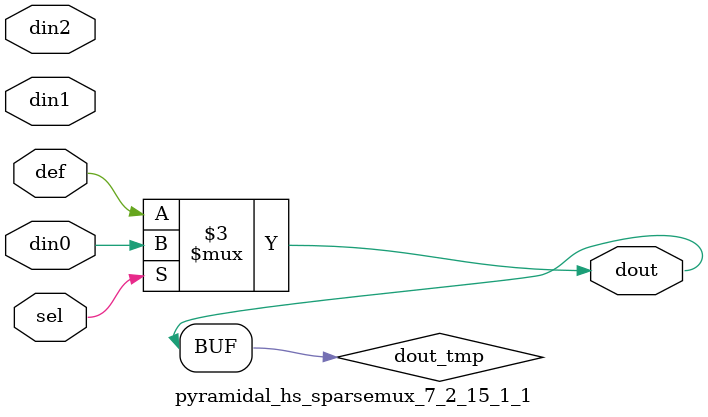
<source format=v>
`timescale 1ns / 1ps

(* DowngradeIPIdentifiedWarnings="yes" *) module pyramidal_hs_sparsemux_7_2_15_1_1 (din0,din1,din2,def,sel,dout);

parameter din0_WIDTH = 1;

parameter din1_WIDTH = 1;

parameter din2_WIDTH = 1;

parameter def_WIDTH = 1;
parameter sel_WIDTH = 1;
parameter dout_WIDTH = 1;

parameter [sel_WIDTH-1:0] CASE0 = 1;

parameter [sel_WIDTH-1:0] CASE1 = 1;

parameter [sel_WIDTH-1:0] CASE2 = 1;

parameter ID = 1;
parameter NUM_STAGE = 1;



input [din0_WIDTH-1:0] din0;

input [din1_WIDTH-1:0] din1;

input [din2_WIDTH-1:0] din2;

input [def_WIDTH-1:0] def;
input [sel_WIDTH-1:0] sel;

output [dout_WIDTH-1:0] dout;



reg [dout_WIDTH-1:0] dout_tmp;


always @ (*) begin
(* parallel_case *) case (sel)
    
    CASE0 : dout_tmp = din0;
    
    CASE1 : dout_tmp = din1;
    
    CASE2 : dout_tmp = din2;
    
    default : dout_tmp = def;
endcase
end


assign dout = dout_tmp;



endmodule

</source>
